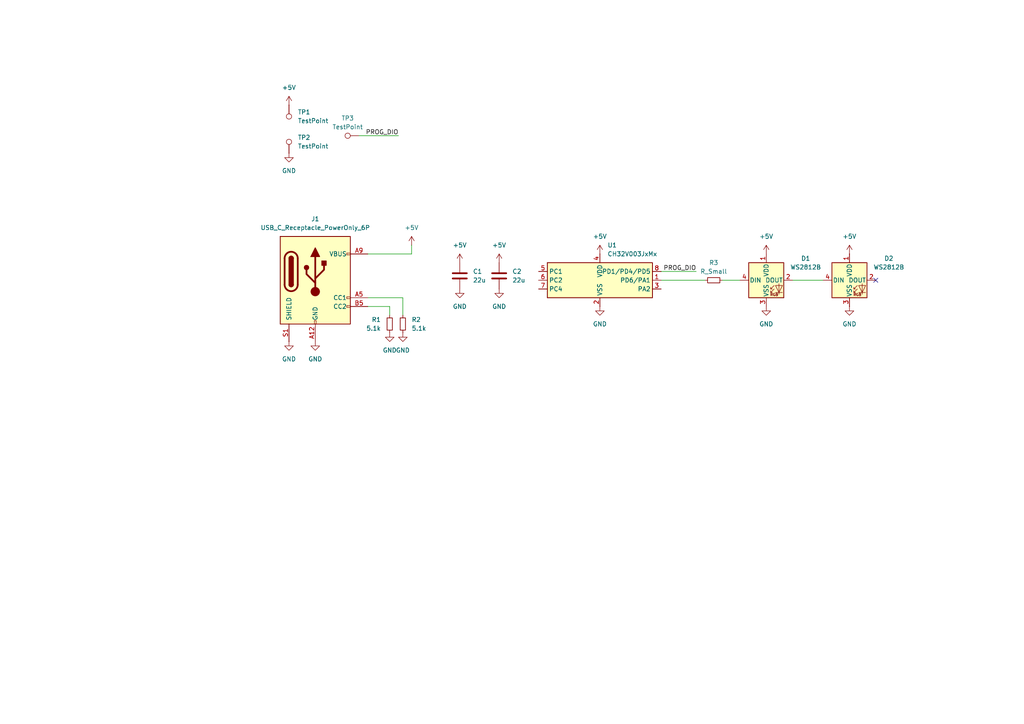
<source format=kicad_sch>
(kicad_sch (version 20231120) (generator "eeschema") (generator_version "8.0")
  (paper "A4")
  (lib_symbols
    (symbol "Connector:TestPoint" (pin_numbers hide) (pin_names (offset 0.762) hide)
      (property "Reference" "TP" (at 0 6.858 0))
      (property "Value" "TestPoint" (at 0 5.08 0))
      (symbol "TestPoint_0_1"
        (circle (center 0 3.302) (radius 0.762))
      )
      (symbol "TestPoint_1_1"
        (pin passive line (at 0 0 90) (length 2.54) (name "1") (number "1"))
      )
    )
    (symbol "Connector:USB_C_Receptacle_PowerOnly_6P" (pin_names (offset 1.016))
      (property "Reference" "J" (at 0 16.51 0))
      (property "Value" "USB_C_Receptacle_PowerOnly_6P" (at 0 13.97 0))
      (symbol "USB_C_Receptacle_PowerOnly_6P_0_0"
        (rectangle (start -0.254 -12.7) (end 0.254 -11.684))
        (rectangle (start 10.16 -7.366) (end 9.144 -7.874))
        (rectangle (start 10.16 -4.826) (end 9.144 -5.334))
        (rectangle (start 10.16 7.874) (end 9.144 7.366))
      )
      (symbol "USB_C_Receptacle_PowerOnly_6P_0_1"
        (rectangle (start -10.16 12.7) (end 10.16 -12.7) (stroke (width 0.254)) (fill (type background)))
        (arc (start -8.89 -1.27) (mid -6.985 -3.1667) (end -5.08 -1.27) (stroke (width 0.508)))
        (arc (start -7.62 -1.27) (mid -6.985 -1.9023) (end -6.35 -1.27) (stroke (width 0.254)))
        (arc (start -7.62 -1.27) (mid -6.985 -1.9023) (end -6.35 -1.27) (stroke (width 0.254)) (fill (type outline)))
        (rectangle (start -7.62 -1.27) (end -6.35 6.35) (stroke (width 0.254)) (fill (type outline)))
        (arc (start -6.35 6.35) (mid -6.985 6.9823) (end -7.62 6.35) (stroke (width 0.254)))
        (arc (start -6.35 6.35) (mid -6.985 6.9823) (end -7.62 6.35) (stroke (width 0.254)) (fill (type outline)))
        (arc (start -5.08 6.35) (mid -6.985 8.2467) (end -8.89 6.35) (stroke (width 0.508)))
        (circle (center -2.54 3.683) (radius 0.635) (stroke (width 0.254)) (fill (type outline)))
        (circle (center 0 -3.302) (radius 1.27) (fill (type outline)))
        (polyline (pts (xy -8.89 -1.27) (xy -8.89 6.35)) (stroke (width 0.508)))
        (polyline (pts (xy -5.08 6.35) (xy -5.08 -1.27)) (stroke (width 0.508)))
        (polyline (pts (xy 0 -3.302) (xy 0 6.858)) (stroke (width 0.508)))
        (polyline (pts (xy 0 -0.762) (xy -2.54 1.778) (xy -2.54 3.048)) (stroke (width 0.508)))
        (polyline (pts (xy 0 0.508) (xy 2.54 3.048) (xy 2.54 4.318)) (stroke (width 0.508)))
        (polyline (pts (xy -1.27 6.858) (xy 0 9.398) (xy 1.27 6.858) (xy -1.27 6.858)) (stroke (width 0.254)) (fill (type outline)))
        (rectangle (start 1.905 4.318) (end 3.175 5.588) (stroke (width 0.254)) (fill (type outline)))
      )
      (symbol "USB_C_Receptacle_PowerOnly_6P_1_1"
        (pin passive line (at 0 -17.78 90) (length 5.08) (name "GND") (number "A12"))
        (pin bidirectional line (at 15.24 -5.08 180) (length 5.08) (name "CC1") (number "A5"))
        (pin passive line (at 15.24 7.62 180) (length 5.08) (name "VBUS") (number "A9"))
        (pin passive line (at 0 -17.78 90) (length 5.08) hide (name "GND") (number "B12"))
        (pin bidirectional line (at 15.24 -7.62 180) (length 5.08) (name "CC2") (number "B5"))
        (pin passive line (at 15.24 7.62 180) (length 5.08) hide (name "VBUS") (number "B9"))
        (pin passive line (at -7.62 -17.78 90) (length 5.08) (name "SHIELD") (number "S1"))
      )
    )
    (symbol "Device:C" (pin_numbers hide) (pin_names (offset 0.254))
      (property "Reference" "C" (at 0.635 2.54 0))
      (property "Value" "C" (at 0.635 -2.54 0))
      (symbol "C_0_1"
        (polyline (pts (xy -2.032 -0.762) (xy 2.032 -0.762)) (stroke (width 0.508)))
        (polyline (pts (xy -2.032 0.762) (xy 2.032 0.762)) (stroke (width 0.508)))
      )
      (symbol "C_1_1"
        (pin passive line (at 0 3.81 270) (length 2.794) (name "~") (number "1"))
        (pin passive line (at 0 -3.81 90) (length 2.794) (name "~") (number "2"))
      )
    )
    (symbol "Device:R_Small" (pin_numbers hide) (pin_names (offset 0.254) hide)
      (property "Reference" "R" (at 0.762 0.508 0))
      (property "Value" "R_Small" (at 0.762 -1.016 0))
      (symbol "R_Small_0_1"
        (rectangle (start -0.762 1.778) (end 0.762 -1.778) (stroke (width 0.2032)))
      )
      (symbol "R_Small_1_1"
        (pin passive line (at 0 2.54 270) (length 0.762) (name "~") (number "1"))
        (pin passive line (at 0 -2.54 90) (length 0.762) (name "~") (number "2"))
      )
    )
    (symbol "LED:WS2812B" (pin_names (offset 0.254))
      (property "Reference" "D" (at 5.08 5.715 0))
      (property "Value" "WS2812B" (at 1.27 -5.715 0))
      (symbol "WS2812B_0_0"
        (text "RGB" (at 2.286 -4.191 0) (effects (font (size 0.762 0.762))))
      )
      (symbol "WS2812B_0_1"
        (polyline (pts (xy 1.27 -3.556) (xy 1.778 -3.556)))
        (polyline (pts (xy 1.27 -2.54) (xy 1.778 -2.54)))
        (polyline (pts (xy 4.699 -3.556) (xy 2.667 -3.556)))
        (polyline (pts (xy 2.286 -2.54) (xy 1.27 -3.556) (xy 1.27 -3.048)))
        (polyline (pts (xy 2.286 -1.524) (xy 1.27 -2.54) (xy 1.27 -2.032)))
        (polyline (pts (xy 3.683 -1.016) (xy 3.683 -3.556) (xy 3.683 -4.064)))
        (polyline (pts (xy 4.699 -1.524) (xy 2.667 -1.524) (xy 3.683 -3.556) (xy 4.699 -1.524)))
        (rectangle (start 5.08 5.08) (end -5.08 -5.08) (stroke (width 0.254)) (fill (type background)))
      )
      (symbol "WS2812B_1_1"
        (pin power_in line (at 0 7.62 270) (length 2.54) (name "VDD") (number "1"))
        (pin output line (at 7.62 0 180) (length 2.54) (name "DOUT") (number "2"))
        (pin power_in line (at 0 -7.62 90) (length 2.54) (name "VSS") (number "3"))
        (pin input line (at -7.62 0 0) (length 2.54) (name "DIN") (number "4"))
      )
    )
    (symbol "MCU_WCH_CH32V0:CH32V003JxMx"
      (property "Reference" "U" (at -15.24 7.62 0))
      (property "Value" "CH32V003JxMx" (at 15.24 7.62 0))
      (symbol "CH32V003JxMx_1_1"
        (rectangle (start -15.24 5.08) (end 15.24 -5.08) (stroke (width 0.254)) (fill (type background)))
        (pin bidirectional line (at 17.78 0 180) (length 2.54) (name "PD6/PA1") (number "1"))
        (pin power_in line (at 0 -7.62 90) (length 2.54) (name "VSS") (number "2"))
        (pin bidirectional line (at 17.78 -2.54 180) (length 2.54) (name "PA2") (number "3"))
        (pin power_in line (at 0 7.62 270) (length 2.54) (name "VDD") (number "4"))
        (pin bidirectional line (at -17.78 2.54 0) (length 2.54) (name "PC1") (number "5"))
        (pin bidirectional line (at -17.78 0 0) (length 2.54) (name "PC2") (number "6"))
        (pin bidirectional line (at -17.78 -2.54 0) (length 2.54) (name "PC4") (number "7"))
        (pin bidirectional line (at 17.78 2.54 180) (length 2.54) (name "PD1/PD4/PD5") (number "8"))
      )
    )
    (symbol "power:+5V" (power) (pin_numbers hide) (pin_names (offset 0) hide)
      (property "Value" "+5V" (at 0 3.556 0))
      (symbol "+5V_0_1"
        (polyline (pts (xy -0.762 1.27) (xy 0 2.54)))
        (polyline (pts (xy 0 0) (xy 0 2.54)))
        (polyline (pts (xy 0 2.54) (xy 0.762 1.27)))
      )
      (symbol "+5V_1_1"
        (pin power_in line (at 0 0 90) (length 0) (name "~") (number "1"))
      )
    )
    (symbol "power:GND" (power) (pin_numbers hide) (pin_names (offset 0) hide)
      (property "Value" "GND" (at 0 -3.81 0))
      (symbol "GND_0_1"
        (polyline (pts (xy 0 0) (xy 0 -1.27) (xy 1.27 -1.27) (xy 0 -2.54) (xy -1.27 -1.27) (xy 0 -1.27)))
      )
      (symbol "GND_1_1"
        (pin power_in line (at 0 0 270) (length 0) (name "~") (number "1"))
      )
    )
  )
  (no_connect (at 254 81.28))
  (wire (pts (xy 119.38 71.12) (xy 119.38 73.66)))
  (wire (pts (xy 191.77 78.74) (xy 201.93 78.74)))
  (wire (pts (xy 116.84 86.36) (xy 116.84 91.44)))
  (wire (pts (xy 113.03 88.9) (xy 113.03 91.44)))
  (wire (pts (xy 229.87 81.28) (xy 238.76 81.28)))
  (wire (pts (xy 104.14 39.37) (xy 115.57 39.37)))
  (wire (pts (xy 106.68 86.36) (xy 116.84 86.36)))
  (wire (pts (xy 106.68 88.9) (xy 113.03 88.9)))
  (wire (pts (xy 106.68 73.66) (xy 119.38 73.66)))
  (wire (pts (xy 191.77 81.28) (xy 204.47 81.28)))
  (wire (pts (xy 209.55 81.28) (xy 214.63 81.28)))
  (label "PROG_DIO" (at 201.93 78.74 180))
  (label "PROG_DIO" (at 115.57 39.37 180))
  (symbol (lib_id "power:GND") (at 173.99 88.9 0) (unit 1)
    (property "Reference" "#PWR06" (effects (hide yes)))
    (property "Value" "GND" (at 173.99 93.98 0))
    (property "Description" "Power symbol creates a global label with name \"GND\" , ground" (effects (hide yes)))
  )
  (symbol (lib_id "power:GND") (at 222.25 88.9 0) (unit 1)
    (property "Reference" "#PWR012" (effects (hide yes)))
    (property "Value" "GND" (at 222.25 93.98 0))
    (property "Description" "Power symbol creates a global label with name \"GND\" , ground" (effects (hide yes)))
  )
  (symbol (lib_id "power:+5V") (at 133.35 76.2 0) (unit 1)
    (property "Reference" "#PWR04" (effects (hide yes)))
    (property "Value" "+5V" (at 133.35 71.12 0))
    (property "Description" "Power symbol creates a global label with name \"+5V\"" (effects (hide yes)))
  )
  (symbol (lib_id "power:+5V") (at 173.99 73.66 0) (unit 1)
    (property "Reference" "#PWR07" (effects (hide yes)))
    (property "Value" "+5V" (at 173.99 68.58 0))
    (property "Description" "Power symbol creates a global label with name \"+5V\"" (effects (hide yes)))
  )
  (symbol (lib_id "power:GND") (at 246.38 88.9 0) (unit 1)
    (property "Reference" "#PWR013" (effects (hide yes)))
    (property "Value" "GND" (at 246.38 93.98 0))
    (property "Description" "Power symbol creates a global label with name \"GND\" , ground" (effects (hide yes)))
  )
  (symbol (lib_id "Connector:TestPoint") (at 104.14 39.37 90) (unit 1)
    (property "Reference" "TP3" (at 100.838 34.29 90))
    (property "Value" "TestPoint" (at 100.838 36.83 90))
    (property "Footprint" "TestPoint:TestPoint_Pad_D4.0mm" (effects (hide yes)))
    (property "Description" "test point" (effects (hide yes)))
  )
  (symbol (lib_id "Connector:TestPoint") (at 83.82 44.45 0) (unit 1)
    (property "Reference" "TP2" (at 86.36 39.8779 0) (effects (justify left)))
    (property "Value" "TestPoint" (at 86.36 42.4179 0) (effects (justify left)))
    (property "Footprint" "TestPoint:TestPoint_Pad_D4.0mm" (effects (hide yes)))
    (property "Description" "test point" (effects (hide yes)))
  )
  (symbol (lib_id "Connector:USB_C_Receptacle_PowerOnly_6P") (at 91.44 81.28 0) (unit 1)
    (property "Reference" "J1" (at 91.44 63.5 0))
    (property "Value" "USB_C_Receptacle_PowerOnly_6P" (at 91.44 66.04 0))
    (property "Footprint" "Connector_USB:USB_C_Receptacle_HRO_TYPE-C-31-M-17" (effects (hide yes)))
    (property "Datasheet" "https://www.usb.org/sites/default/files/documents/usb_type-c.zip" (effects (hide yes)))
    (property "Description" "USB Power-Only 6P Type-C Receptacle connector" (effects (hide yes)))
  )
  (symbol (lib_id "LED:WS2812B") (at 222.25 81.28 0) (unit 1)
    (property "Reference" "D1" (at 233.68 74.9614 0))
    (property "Value" "WS2812B" (at 233.68 77.5014 0))
    (property "Footprint" "footprints:LED_WS2812B_PLCC4_5.0x5.0mm_P3.2mm_Flipped" (effects (hide yes)))
    (property "Datasheet" "https://cdn-shop.adafruit.com/datasheets/WS2812B.pdf" (effects (hide yes)))
    (property "Description" "RGB LED with integrated controller" (effects (hide yes)))
  )
  (symbol (lib_id "power:GND") (at 91.44 99.06 0) (unit 1)
    (property "Reference" "#PWR01" (effects (hide yes)))
    (property "Value" "GND" (at 91.44 104.14 0))
    (property "Description" "Power symbol creates a global label with name \"GND\" , ground" (effects (hide yes)))
  )
  (symbol (lib_id "power:+5V") (at 144.78 76.2 0) (unit 1)
    (property "Reference" "#PWR016" (effects (hide yes)))
    (property "Value" "+5V" (at 144.78 71.12 0))
    (property "Description" "Power symbol creates a global label with name \"+5V\"" (effects (hide yes)))
  )
  (symbol (lib_id "power:GND") (at 144.78 83.82 0) (unit 1)
    (property "Reference" "#PWR017" (effects (hide yes)))
    (property "Value" "GND" (at 144.78 88.9 0))
    (property "Description" "Power symbol creates a global label with name \"GND\" , ground" (effects (hide yes)))
  )
  (symbol (lib_id "power:+5V") (at 246.38 73.66 0) (unit 1)
    (property "Reference" "#PWR015" (effects (hide yes)))
    (property "Value" "+5V" (at 246.38 68.58 0))
    (property "Description" "Power symbol creates a global label with name \"+5V\"" (effects (hide yes)))
  )
  (symbol (lib_id "MCU_WCH_CH32V0:CH32V003JxMx") (at 173.99 81.28 0) (unit 1)
    (property "Reference" "U1" (at 176.1841 71.12 0) (effects (justify left)))
    (property "Value" "CH32V003JxMx" (at 176.1841 73.66 0) (effects (justify left)))
    (property "Footprint" "Package_SO:SOP-8_3.9x4.9mm_P1.27mm" (effects (hide yes)))
    (property "Datasheet" "https://www.wch-ic.com/products/CH32V003.html" (effects (hide yes)))
    (property "Description" "CH32V003 series are industrial-grade general-purpose microcontrollers designed based on 32-bit RISC-V instruction set and architecture. It adopts QingKe V2A core, RV32EC instruction set, and supports 2 levels of interrupt nesting. The series are mounted with rich peripheral interfaces and function modules. Its internal organizational structure meets the low-cost and low-power embedded application scenarios." (effects (hide yes)))
  )
  (symbol (lib_id "power:GND") (at 116.84 96.52 0) (unit 1)
    (property "Reference" "#PWR011" (effects (hide yes)))
    (property "Value" "GND" (at 116.84 101.6 0))
    (property "Description" "Power symbol creates a global label with name \"GND\" , ground" (effects (hide yes)))
  )
  (symbol (lib_id "Device:R_Small") (at 116.84 93.98 0) (mirror y) (unit 1)
    (property "Reference" "R2" (at 119.38 92.7099 0) (effects (justify right)))
    (property "Value" "5.1k" (at 119.38 95.2499 0) (effects (justify right)))
    (property "Footprint" "Resistor_SMD:R_0603_1608Metric_Pad0.98x0.95mm_HandSolder" (effects (hide yes)))
    (property "Description" "Resistor, small symbol" (effects (hide yes)))
  )
  (symbol (lib_id "power:GND") (at 83.82 99.06 0) (unit 1)
    (property "Reference" "#PWR02" (effects (hide yes)))
    (property "Value" "GND" (at 83.82 104.14 0))
    (property "Description" "Power symbol creates a global label with name \"GND\" , ground" (effects (hide yes)))
  )
  (symbol (lib_id "power:GND") (at 83.82 44.45 0) (unit 1)
    (property "Reference" "#PWR09" (effects (hide yes)))
    (property "Value" "GND" (at 83.82 49.53 0))
    (property "Description" "Power symbol creates a global label with name \"GND\" , ground" (effects (hide yes)))
  )
  (symbol (lib_id "Connector:TestPoint") (at 83.82 30.48 180) (unit 1)
    (property "Reference" "TP1" (at 86.36 32.5119 0) (effects (justify right)))
    (property "Value" "TestPoint" (at 86.36 35.0519 0) (effects (justify right)))
    (property "Footprint" "TestPoint:TestPoint_Pad_D4.0mm" (effects (hide yes)))
    (property "Description" "test point" (effects (hide yes)))
  )
  (symbol (lib_id "Device:C") (at 144.78 80.01 0) (unit 1)
    (property "Reference" "C2" (at 148.59 78.7399 0) (effects (justify left)))
    (property "Value" "22u" (at 148.59 81.2799 0) (effects (justify left)))
    (property "Footprint" "Capacitor_SMD:C_1206_3216Metric" (effects (hide yes)))
    (property "Description" "Unpolarized capacitor" (effects (hide yes)))
  )
  (symbol (lib_id "power:+5V") (at 222.25 73.66 0) (unit 1)
    (property "Reference" "#PWR014" (effects (hide yes)))
    (property "Value" "+5V" (at 222.25 68.58 0))
    (property "Description" "Power symbol creates a global label with name \"+5V\"" (effects (hide yes)))
  )
  (symbol (lib_id "LED:WS2812B") (at 246.38 81.28 0) (unit 1)
    (property "Reference" "D2" (at 257.81 74.9614 0))
    (property "Value" "WS2812B" (at 257.81 77.5014 0))
    (property "Footprint" "footprints:LED_WS2812B_PLCC4_5.0x5.0mm_P3.2mm_Flipped" (effects (hide yes)))
    (property "Datasheet" "https://cdn-shop.adafruit.com/datasheets/WS2812B.pdf" (effects (hide yes)))
    (property "Description" "RGB LED with integrated controller" (effects (hide yes)))
  )
  (symbol (lib_id "power:+5V") (at 83.82 30.48 0) (unit 1)
    (property "Reference" "#PWR08" (effects (hide yes)))
    (property "Value" "+5V" (at 83.82 25.4 0))
    (property "Description" "Power symbol creates a global label with name \"+5V\"" (effects (hide yes)))
  )
  (symbol (lib_id "Device:R_Small") (at 207.01 81.28 270) (mirror x) (unit 1)
    (property "Reference" "R3" (at 207.01 76.2 90))
    (property "Value" "R_Small" (at 207.01 78.74 90))
    (property "Footprint" "Resistor_SMD:R_0603_1608Metric_Pad0.98x0.95mm_HandSolder" (effects (hide yes)))
    (property "Description" "Resistor, small symbol" (effects (hide yes)))
  )
  (symbol (lib_id "power:+5V") (at 119.38 71.12 0) (unit 1)
    (property "Reference" "#PWR03" (effects (hide yes)))
    (property "Value" "+5V" (at 119.38 66.04 0))
    (property "Description" "Power symbol creates a global label with name \"+5V\"" (effects (hide yes)))
  )
  (symbol (lib_id "power:GND") (at 133.35 83.82 0) (unit 1)
    (property "Reference" "#PWR05" (effects (hide yes)))
    (property "Value" "GND" (at 133.35 88.9 0))
    (property "Description" "Power symbol creates a global label with name \"GND\" , ground" (effects (hide yes)))
  )
  (symbol (lib_id "power:GND") (at 113.03 96.52 0) (unit 1)
    (property "Reference" "#PWR010" (effects (hide yes)))
    (property "Value" "GND" (at 113.03 101.6 0))
    (property "Description" "Power symbol creates a global label with name \"GND\" , ground" (effects (hide yes)))
  )
  (symbol (lib_id "Device:C") (at 133.35 80.01 0) (unit 1)
    (property "Reference" "C1" (at 137.16 78.7399 0) (effects (justify left)))
    (property "Value" "22u" (at 137.16 81.2799 0) (effects (justify left)))
    (property "Footprint" "Capacitor_SMD:C_1206_3216Metric" (effects (hide yes)))
    (property "Description" "Unpolarized capacitor" (effects (hide yes)))
  )
  (symbol (lib_id "Device:R_Small") (at 113.03 93.98 0) (unit 1)
    (property "Reference" "R1" (at 110.49 92.7099 0) (effects (justify right)))
    (property "Value" "5.1k" (at 110.49 95.2499 0) (effects (justify right)))
    (property "Footprint" "Resistor_SMD:R_0603_1608Metric_Pad0.98x0.95mm_HandSolder" (effects (hide yes)))
    (property "Description" "Resistor, small symbol" (effects (hide yes)))
  )
)
</source>
